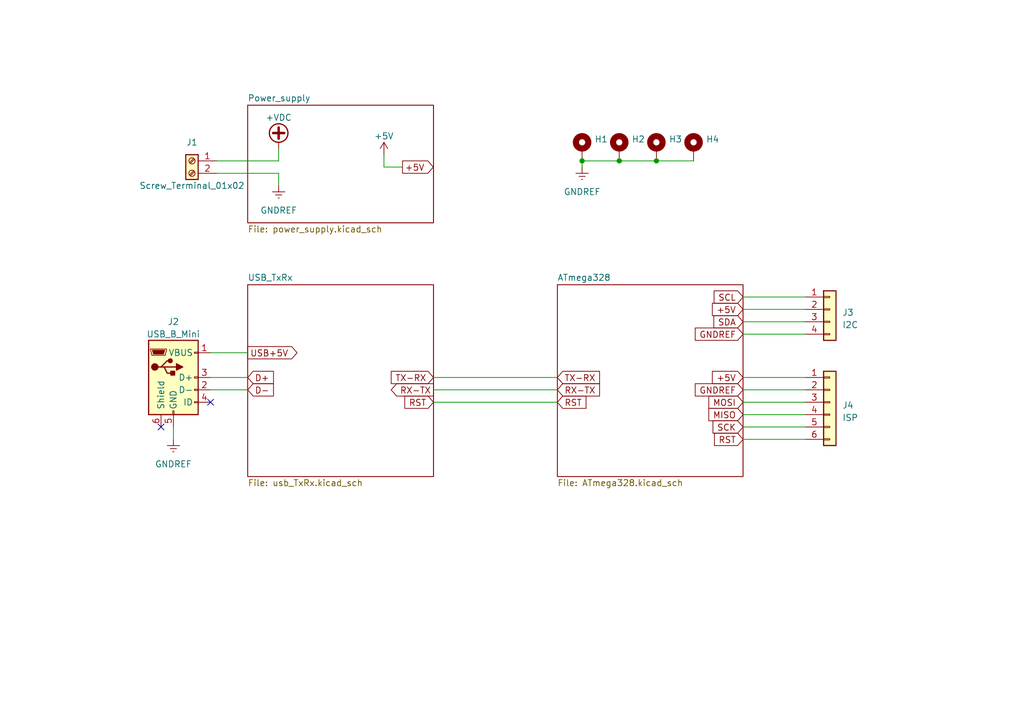
<source format=kicad_sch>
(kicad_sch (version 20230121) (generator eeschema)
  (paper "A5")
  (title_block (title "ISP in I2C krmilnik (ATmega328P)"))
  (lib_symbols
    (symbol "Connector:Screw_Terminal_01x02" (pin_names (offset 1.016) hide)
      (property "Reference" "J" (at 0 2.54 0))
      (property "Value" "Screw_Terminal_01x02" (at 0 -5.08 0))
      (symbol "Screw_Terminal_01x02_1_1"
        (rectangle (start -1.27 1.27) (end 1.27 -3.81) (stroke (width 0.254)) (fill (type background)))
        (circle (center 0 -2.54) (radius 0.635) (stroke (width 0.1524)))
        (polyline (pts (xy -0.5334 -2.2098) (xy 0.3302 -3.048)) (stroke (width 0.1524)))
        (polyline (pts (xy -0.5334 0.3302) (xy 0.3302 -0.508)) (stroke (width 0.1524)))
        (polyline (pts (xy -0.3556 -2.032) (xy 0.508 -2.8702)) (stroke (width 0.1524)))
        (polyline (pts (xy -0.3556 0.508) (xy 0.508 -0.3302)) (stroke (width 0.1524)))
        (circle (center 0 0) (radius 0.635) (stroke (width 0.1524)))
        (pin passive line (at -5.08 0 0) (length 3.81) (name "Pin_1") (number "1"))
        (pin passive line (at -5.08 -2.54 0) (length 3.81) (name "Pin_2") (number "2"))
      )
    )
    (symbol "Connector:USB_B_Mini" (pin_names (offset 1.016))
      (property "Reference" "J" (at -5.08 11.43 0))
      (property "Value" "USB_B_Mini" (at -5.08 8.89 0))
      (symbol "USB_B_Mini_0_1"
        (rectangle (start -5.08 -7.62) (end 5.08 7.62) (stroke (width 0.254)) (fill (type background)))
        (circle (center -3.81 2.159) (radius 0.635) (stroke (width 0.254)) (fill (type outline)))
        (circle (center -0.635 3.429) (radius 0.381) (stroke (width 0.254)) (fill (type outline)))
        (rectangle (start -0.127 -7.62) (end 0.127 -6.858))
        (polyline (pts (xy -1.905 2.159) (xy 0.635 2.159)) (stroke (width 0.254)))
        (polyline (pts (xy -3.175 2.159) (xy -2.54 2.159) (xy -1.27 3.429) (xy -0.635 3.429)) (stroke (width 0.254)))
        (polyline (pts (xy -2.54 2.159) (xy -1.905 2.159) (xy -1.27 0.889) (xy 0 0.889)) (stroke (width 0.254)))
        (polyline (pts (xy 0.635 2.794) (xy 0.635 1.524) (xy 1.905 2.159) (xy 0.635 2.794)) (stroke (width 0.254)) (fill (type outline)))
        (polyline (pts (xy -4.318 5.588) (xy -1.778 5.588) (xy -2.032 4.826) (xy -4.064 4.826) (xy -4.318 5.588)) (fill (type outline)))
        (polyline (pts (xy -4.699 5.842) (xy -4.699 5.588) (xy -4.445 4.826) (xy -4.445 4.572) (xy -1.651 4.572) (xy -1.651 4.826) (xy -1.397 5.588) (xy -1.397 5.842) (xy -4.699 5.842)))
        (rectangle (start 0.254 1.27) (end -0.508 0.508) (stroke (width 0.254)) (fill (type outline)))
        (rectangle (start 5.08 -5.207) (end 4.318 -4.953))
        (rectangle (start 5.08 -2.667) (end 4.318 -2.413))
        (rectangle (start 5.08 -0.127) (end 4.318 0.127))
        (rectangle (start 5.08 4.953) (end 4.318 5.207))
      )
      (symbol "USB_B_Mini_1_1"
        (pin power_out line (at 7.62 5.08 180) (length 2.54) (name "VBUS") (number "1"))
        (pin bidirectional line (at 7.62 -2.54 180) (length 2.54) (name "D-") (number "2"))
        (pin bidirectional line (at 7.62 0 180) (length 2.54) (name "D+") (number "3"))
        (pin passive line (at 7.62 -5.08 180) (length 2.54) (name "ID") (number "4"))
        (pin power_out line (at 0 -10.16 90) (length 2.54) (name "GND") (number "5"))
        (pin passive line (at -2.54 -10.16 90) (length 2.54) (name "Shield") (number "6"))
      )
    )
    (symbol "Connector_Generic:Conn_01x04" (pin_names (offset 1.016) hide)
      (property "Reference" "J" (at 0 5.08 0))
      (property "Value" "Conn_01x04" (at 0 -7.62 0))
      (symbol "Conn_01x04_1_1"
        (rectangle (start -1.27 -4.953) (end 0 -5.207) (stroke (width 0.1524)))
        (rectangle (start -1.27 -2.413) (end 0 -2.667) (stroke (width 0.1524)))
        (rectangle (start -1.27 0.127) (end 0 -0.127) (stroke (width 0.1524)))
        (rectangle (start -1.27 2.667) (end 0 2.413) (stroke (width 0.1524)))
        (rectangle (start -1.27 3.81) (end 1.27 -6.35) (stroke (width 0.254)) (fill (type background)))
        (pin passive line (at -5.08 2.54 0) (length 3.81) (name "Pin_1") (number "1"))
        (pin passive line (at -5.08 0 0) (length 3.81) (name "Pin_2") (number "2"))
        (pin passive line (at -5.08 -2.54 0) (length 3.81) (name "Pin_3") (number "3"))
        (pin passive line (at -5.08 -5.08 0) (length 3.81) (name "Pin_4") (number "4"))
      )
    )
    (symbol "Connector_Generic:Conn_01x06" (pin_names (offset 1.016) hide)
      (property "Reference" "J" (at 0 7.62 0))
      (property "Value" "Conn_01x06" (at 0 -10.16 0))
      (symbol "Conn_01x06_1_1"
        (rectangle (start -1.27 -7.493) (end 0 -7.747) (stroke (width 0.1524)))
        (rectangle (start -1.27 -4.953) (end 0 -5.207) (stroke (width 0.1524)))
        (rectangle (start -1.27 -2.413) (end 0 -2.667) (stroke (width 0.1524)))
        (rectangle (start -1.27 0.127) (end 0 -0.127) (stroke (width 0.1524)))
        (rectangle (start -1.27 2.667) (end 0 2.413) (stroke (width 0.1524)))
        (rectangle (start -1.27 5.207) (end 0 4.953) (stroke (width 0.1524)))
        (rectangle (start -1.27 6.35) (end 1.27 -8.89) (stroke (width 0.254)) (fill (type background)))
        (pin passive line (at -5.08 5.08 0) (length 3.81) (name "Pin_1") (number "1"))
        (pin passive line (at -5.08 2.54 0) (length 3.81) (name "Pin_2") (number "2"))
        (pin passive line (at -5.08 0 0) (length 3.81) (name "Pin_3") (number "3"))
        (pin passive line (at -5.08 -2.54 0) (length 3.81) (name "Pin_4") (number "4"))
        (pin passive line (at -5.08 -5.08 0) (length 3.81) (name "Pin_5") (number "5"))
        (pin passive line (at -5.08 -7.62 0) (length 3.81) (name "Pin_6") (number "6"))
      )
    )
    (symbol "Mechanical:MountingHole_Pad" (pin_numbers hide) (pin_names (offset 1.016) hide)
      (property "Reference" "H" (at 0 6.35 0))
      (property "Value" "MountingHole_Pad" (at 0 4.445 0))
      (symbol "MountingHole_Pad_0_1"
        (circle (center 0 1.27) (radius 1.27) (stroke (width 1.27)))
      )
      (symbol "MountingHole_Pad_1_1"
        (pin input line (at 0 -2.54 90) (length 2.54) (name "1") (number "1"))
      )
    )
    (symbol "power:+5V" (power) (pin_names (offset 0))
      (property "Value" "+5V" (at 0 3.556 0))
      (symbol "+5V_0_1"
        (polyline (pts (xy -0.762 1.27) (xy 0 2.54)))
        (polyline (pts (xy 0 0) (xy 0 2.54)))
        (polyline (pts (xy 0 2.54) (xy 0.762 1.27)))
      )
      (symbol "+5V_1_1"
        (pin power_in line (at 0 0 90) (length 0) hide (name "+5V") (number "1"))
      )
    )
    (symbol "power:+VDC" (power) (pin_names (offset 0))
      (property "Value" "+VDC" (at 0 6.35 0))
      (symbol "+VDC_0_1"
        (polyline (pts (xy -1.143 3.175) (xy 1.143 3.175)) (stroke (width 0.508)))
        (polyline (pts (xy 0 0) (xy 0 1.27)))
        (polyline (pts (xy 0 2.032) (xy 0 4.318)) (stroke (width 0.508)))
        (circle (center 0 3.175) (radius 1.905) (stroke (width 0.254)))
      )
      (symbol "+VDC_1_1"
        (pin power_in line (at 0 0 90) (length 0) hide (name "+VDC") (number "1"))
      )
    )
    (symbol "power:GNDREF" (power) (pin_names (offset 0))
      (property "Value" "GNDREF" (at 0 -3.81 0))
      (symbol "GNDREF_0_1"
        (polyline (pts (xy -0.635 -1.905) (xy 0.635 -1.905)))
        (polyline (pts (xy -0.127 -2.54) (xy 0.127 -2.54)))
        (polyline (pts (xy 0 -1.27) (xy 0 0)))
        (polyline (pts (xy 1.27 -1.27) (xy -1.27 -1.27)))
      )
      (symbol "GNDREF_1_1"
        (pin power_in line (at 0 0 270) (length 0) hide (name "GNDREF") (number "1"))
      )
    )
  )
  (junction (at 119.38 33.02))
  (junction (at 127 33.02))
  (junction (at 134.62 33.02))
  (no_connect (at 43.18 82.55))
  (no_connect (at 33.02 87.63))
  (wire (pts (xy 43.18 77.47) (xy 50.8 77.47)))
  (wire (pts (xy 43.18 72.39) (xy 50.8 72.39)))
  (wire (pts (xy 152.4 68.58) (xy 165.1 68.58)))
  (wire (pts (xy 165.1 82.55) (xy 152.4 82.55)))
  (wire (pts (xy 119.38 34.29) (xy 119.38 33.02)))
  (wire (pts (xy 88.9 82.55) (xy 114.3 82.55)))
  (wire (pts (xy 57.15 35.56) (xy 57.15 38.1)))
  (wire (pts (xy 88.9 80.01) (xy 114.3 80.01)))
  (wire (pts (xy 152.4 66.04) (xy 165.1 66.04)))
  (wire (pts (xy 165.1 90.17) (xy 152.4 90.17)))
  (wire (pts (xy 134.62 33.02) (xy 142.24 33.02)))
  (wire (pts (xy 165.1 87.63) (xy 152.4 87.63)))
  (wire (pts (xy 152.4 63.5) (xy 165.1 63.5)))
  (wire (pts (xy 119.38 33.02) (xy 127 33.02)))
  (wire (pts (xy 127 33.02) (xy 134.62 33.02)))
  (wire (pts (xy 44.45 35.56) (xy 57.15 35.56)))
  (wire (pts (xy 43.18 80.01) (xy 50.8 80.01)))
  (wire (pts (xy 78.74 31.75) (xy 78.74 34.29)))
  (wire (pts (xy 57.15 33.02) (xy 57.15 30.48)))
  (wire (pts (xy 44.45 33.02) (xy 57.15 33.02)))
  (wire (pts (xy 165.1 77.47) (xy 152.4 77.47)))
  (wire (pts (xy 152.4 60.96) (xy 165.1 60.96)))
  (wire (pts (xy 35.56 87.63) (xy 35.56 90.17)))
  (wire (pts (xy 78.74 34.29) (xy 82.55 34.29)))
  (wire (pts (xy 88.9 77.47) (xy 114.3 77.47)))
  (wire (pts (xy 165.1 85.09) (xy 152.4 85.09)))
  (wire (pts (xy 165.1 80.01) (xy 152.4 80.01)))
  (global_label "+5V" (shape input) (at 152.4 77.47 180) (property "Intersheetrefs" "${INTERSHEET_REFS}" (effects hide)))
  (global_label "RX-TX" (shape input) (at 114.3 80.01 0) (property "Intersheetrefs" "${INTERSHEET_REFS}" (effects hide)))
  (global_label "TX-RX" (shape input) (at 114.3 77.47 0) (property "Intersheetrefs" "${INTERSHEET_REFS}" (effects hide)))
  (global_label "RST" (shape input) (at 152.4 90.17 180) (property "Intersheetrefs" "${INTERSHEET_REFS}" (effects hide)))
  (global_label "RST" (shape input) (at 114.3 82.55 0) (property "Intersheetrefs" "${INTERSHEET_REFS}" (effects hide)))
  (global_label "GNDREF" (shape input) (at 152.4 68.58 180) (property "Intersheetrefs" "${INTERSHEET_REFS}" (effects hide)))
  (global_label "+5V" (shape output) (at 82.55 34.29 0) (property "Intersheetrefs" "${INTERSHEET_REFS}" (effects hide)))
  (global_label "TX-RX" (shape input) (at 88.9 77.47 180) (property "Intersheetrefs" "${INTERSHEET_REFS}" (effects hide)))
  (global_label "SCL" (shape input) (at 152.4 60.96 180) (property "Intersheetrefs" "${INTERSHEET_REFS}" (effects hide)))
  (global_label "RX-TX" (shape output) (at 88.9 80.01 180) (property "Intersheetrefs" "${INTERSHEET_REFS}" (effects hide)))
  (global_label "D-" (shape input) (at 50.8 80.01 0) (property "Intersheetrefs" "${INTERSHEET_REFS}" (effects hide)))
  (global_label "SCK" (shape input) (at 152.4 87.63 180) (property "Intersheetrefs" "${INTERSHEET_REFS}" (effects hide)))
  (global_label "GNDREF" (shape input) (at 152.4 80.01 180) (property "Intersheetrefs" "${INTERSHEET_REFS}" (effects hide)))
  (global_label "+5V" (shape input) (at 152.4 63.5 180) (property "Intersheetrefs" "${INTERSHEET_REFS}" (effects hide)))
  (global_label "RST" (shape input) (at 88.9 82.55 180) (property "Intersheetrefs" "${INTERSHEET_REFS}" (effects hide)))
  (global_label "D+" (shape input) (at 50.8 77.47 0) (property "Intersheetrefs" "${INTERSHEET_REFS}" (effects hide)))
  (global_label "SDA" (shape input) (at 152.4 66.04 180) (property "Intersheetrefs" "${INTERSHEET_REFS}" (effects hide)))
  (global_label "USB+5V" (shape output) (at 50.8 72.39 0) (property "Intersheetrefs" "${INTERSHEET_REFS}" (effects hide)))
  (global_label "MISO" (shape input) (at 152.4 85.09 180) (property "Intersheetrefs" "${INTERSHEET_REFS}" (effects hide)))
  (global_label "MOSI" (shape input) (at 152.4 82.55 180) (property "Intersheetrefs" "${INTERSHEET_REFS}" (effects hide)))
  (symbol (lib_id "power:+5V") (at 78.74 31.75 0) (unit 1)
    (property "Reference" "#PWR04" (effects hide))
    (property "Value" "+5V" (at 78.74 27.94 0))
  )
  (symbol (lib_id "power:GNDREF") (at 57.15 38.1 0) (unit 1)
    (property "Reference" "#PWR023" (effects hide))
    (property "Value" "GNDREF" (at 57.15 43.18 0))
  )
  (symbol (lib_id "Connector_Generic:Conn_01x04") (at 170.18 63.5 0) (unit 1)
    (property "Reference" "J3" (at 172.72 64.135 0) (effects (justify left)))
    (property "Value" "I2C" (at 172.72 66.675 0) (effects (justify left)))
    (property "Footprint" "Connector_PinHeader_2.54mm:PinHeader_1x04_P2.54mm_Vertical" (effects hide))
  )
  (symbol (lib_id "power:+VDC") (at 57.15 30.48 0) (unit 1)
    (property "Reference" "#PWR022" (effects hide))
    (property "Value" "+VDC" (at 57.15 24.13 0))
  )
  (symbol (lib_id "Mechanical:MountingHole_Pad") (at 134.62 30.48 0) (unit 1)
    (property "Reference" "H3" (at 137.16 28.575 0) (effects (justify left)))
    (property "Value" "MountingHole_Pad" (effects hide))
    (property "Footprint" "MountingHole:MountingHole_3.2mm_M3_Pad_Via" (effects hide))
  )
  (symbol (lib_id "Mechanical:MountingHole_Pad") (at 142.24 30.48 0) (unit 1)
    (property "Reference" "H4" (at 144.78 28.575 0) (effects (justify left)))
    (property "Value" "MountingHole_Pad" (effects hide))
    (property "Footprint" "MountingHole:MountingHole_3.2mm_M3_Pad_Via" (effects hide))
  )
  (symbol (lib_id "Connector_Generic:Conn_01x06") (at 170.18 82.55 0) (unit 1)
    (property "Reference" "J4" (at 172.72 83.185 0) (effects (justify left)))
    (property "Value" "ISP" (at 172.72 85.725 0) (effects (justify left)))
    (property "Footprint" "Connector_PinHeader_2.54mm:PinHeader_1x06_P2.54mm_Vertical" (effects hide))
  )
  (symbol (lib_id "Connector:USB_B_Mini") (at 35.56 77.47 0) (unit 1)
    (property "Reference" "J2" (at 35.56 66.04 0))
    (property "Value" "USB_B_Mini" (at 35.56 68.58 0))
    (property "Footprint" "Connector_USB:USB_Mini-B_Lumberg_2486_01_Horizontal" (effects hide))
  )
  (symbol (lib_id "Mechanical:MountingHole_Pad") (at 127 30.48 0) (unit 1)
    (property "Reference" "H2" (at 129.54 28.575 0) (effects (justify left)))
    (property "Value" "MountingHole_Pad" (effects hide))
    (property "Footprint" "MountingHole:MountingHole_3.2mm_M3_Pad_Via" (effects hide))
  )
  (symbol (lib_id "power:GNDREF") (at 35.56 90.17 0) (unit 1)
    (property "Reference" "#PWR010" (effects hide))
    (property "Value" "GNDREF" (at 35.56 95.25 0))
  )
  (symbol (lib_id "power:GNDREF") (at 119.38 34.29 0) (unit 1)
    (property "Reference" "#PWR08" (effects hide))
    (property "Value" "GNDREF" (at 119.38 39.37 0))
  )
  (symbol (lib_id "Connector:Screw_Terminal_01x02") (at 39.37 33.02 0) (mirror y) (unit 1)
    (property "Reference" "J1" (at 39.37 29.21 0))
    (property "Value" "Screw_Terminal_01x02" (at 39.37 38.1 0))
    (property "Footprint" "TerminalBlock_Phoenix:TerminalBlock_Phoenix_MKDS-1,5-2-5.08_1x02_P5.08mm_Horizontal" (effects hide))
  )
  (symbol (lib_id "Mechanical:MountingHole_Pad") (at 119.38 30.48 0) (unit 1)
    (property "Reference" "H1" (at 121.92 28.575 0) (effects (justify left)))
    (property "Value" "MountingHole_Pad" (effects hide))
    (property "Footprint" "MountingHole:MountingHole_3.2mm_M3_Pad_Via" (effects hide))
  )
  (sheet (at 50.8 21.59) (size 38.1 24.13) (stroke (width 0.1524))
    (property "Sheetname" "Power_supply" (at 50.8 20.8784 0) (effects (justify left bottom)))
    (property "Sheetfile" "power_supply.kicad_sch" (at 50.8 46.3046 0) (effects (justify left top)))
  )
  (sheet (at 114.3 58.42) (size 38.1 39.37) (stroke (width 0.1524))
    (property "Sheetname" "ATmega328" (at 114.3 57.7084 0) (effects (justify left bottom)))
    (property "Sheetfile" "ATmega328.kicad_sch" (at 114.3 98.3746 0) (effects (justify left top)))
  )
  (sheet (at 50.8 58.42) (size 38.1 39.37) (stroke (width 0.1524))
    (property "Sheetname" "USB_TxRx" (at 50.8 57.7084 0) (effects (justify left bottom)))
    (property "Sheetfile" "usb_TxRx.kicad_sch" (at 50.8 98.3746 0) (effects (justify left top)))
  )
)
</source>
